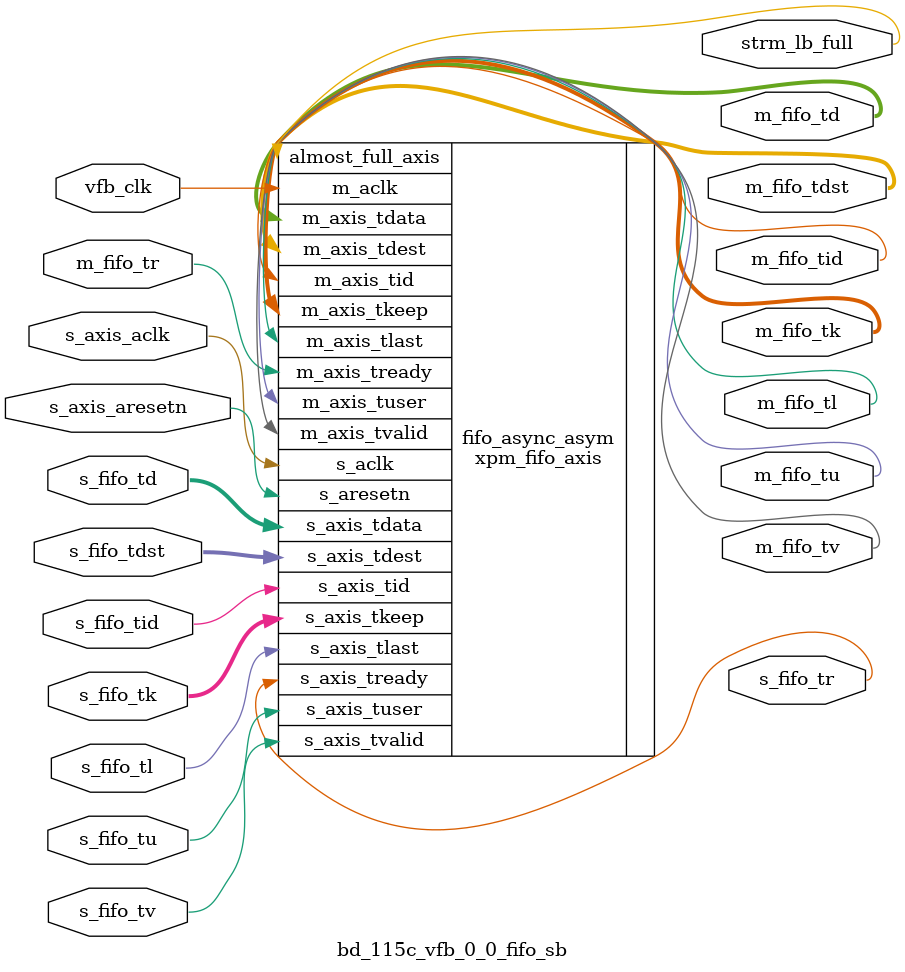
<source format=v>
`timescale 1ps/1ps
module bd_115c_vfb_0_0_fifo_sb (
  input            s_axis_aclk    ,

  input         s_axis_aresetn ,
  input            vfb_clk        ,
  output    s_fifo_tr      ,
  input     s_fifo_tv      ,
  input      [64-1:0]  s_fifo_td      ,
  input      s_fifo_tid    ,   
  input      [1-1:0]  s_fifo_tu      ,
  input [9:0]      s_fifo_tdst      ,
  input      [8-1:0] s_fifo_tk      ,
  input      s_fifo_tl      ,
  input     m_fifo_tr      ,
  output     m_fifo_tv      ,
  output   [64-1:0]   m_fifo_td      ,
  output      m_fifo_tid    ,   
  output [9:0]    m_fifo_tdst    ,   
  output   [1-1:0]  m_fifo_tu      ,
  output    [8-1:0] m_fifo_tk      ,
  output      m_fifo_tl     , 
  output  strm_lb_full   
);

xpm_fifo_axis#(
      .CLOCKING_MODE("independent_clock"), // String
      .ECC_MODE("no_ecc"),            // String
      .FIFO_DEPTH(2048),              // DECIMAL
      .FIFO_MEMORY_TYPE("block"),      // String
      .PACKET_FIFO("false"),          // String
      .PROG_EMPTY_THRESH(10),         // DECIMAL
      .PROG_FULL_THRESH(2043),          // DECIMAL
      .RD_DATA_COUNT_WIDTH(1),        // DECIMAL
      .RELATED_CLOCKS(0),             // DECIMAL
      .SIM_ASSERT_CHK(0),             // DECIMAL; 0=disable simulation messages, 1=enable simulation messages
      .TDATA_WIDTH(64),               // DECIMAL
      .TDEST_WIDTH(10),                // DECIMAL
      .TID_WIDTH(1),                  // DECIMAL
      .TUSER_WIDTH(1),                // DECIMAL
      .USE_ADV_FEATURES("1000"),      // String
      .WR_DATA_COUNT_WIDTH(1)         // DECIMAL
 ) fifo_async_asym(
  .s_aclk            (s_axis_aclk    ),
  .s_aresetn         (s_axis_aresetn ),
  .m_aclk            (vfb_clk        ),
  .s_axis_tready     (s_fifo_tr      ),
  .s_axis_tvalid     (s_fifo_tv      ),
  .s_axis_tdata      (s_fifo_td      ),
  .s_axis_tid      ( s_fifo_tid      ),
  .s_axis_tuser      (s_fifo_tu      ),
  .s_axis_tdest      (s_fifo_tdst      ),
  .s_axis_tkeep      (s_fifo_tk      ),
  .s_axis_tlast      (s_fifo_tl      ),
  .m_axis_tready     (m_fifo_tr      ),
  .m_axis_tvalid     (m_fifo_tv      ),
  .m_axis_tdata      (m_fifo_td      ),
  .m_axis_tid        (m_fifo_tid      ),
  .m_axis_tdest      (m_fifo_tdst     ),
  .m_axis_tuser      (m_fifo_tu      ),
  .m_axis_tkeep      (m_fifo_tk      ),
  .m_axis_tlast      (m_fifo_tl      ),
  .almost_full_axis  (strm_lb_full   )
);
endmodule

</source>
